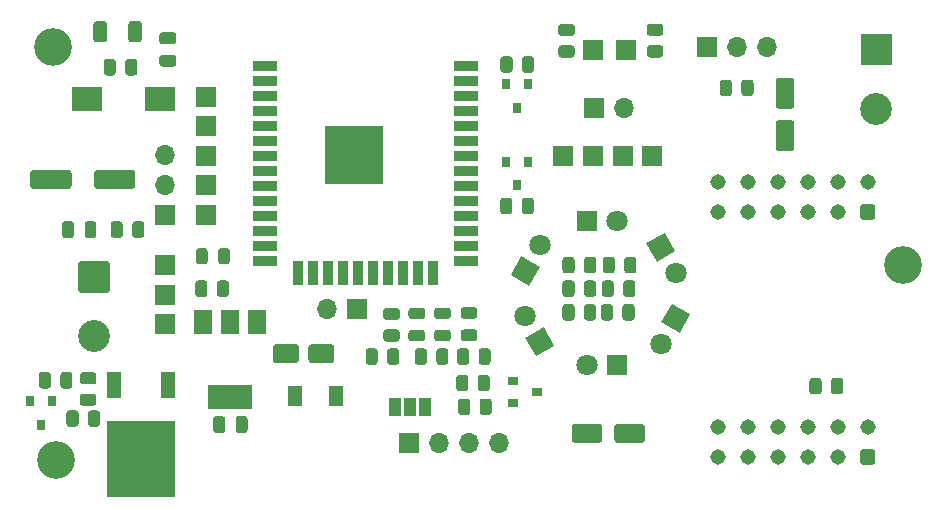
<source format=gbr>
%TF.GenerationSoftware,KiCad,Pcbnew,5.1.8-db9833491~88~ubuntu18.04.1*%
%TF.CreationDate,2020-12-01T05:37:15+01:00*%
%TF.ProjectId,esp32_gateway,65737033-325f-4676-9174-657761792e6b,rev?*%
%TF.SameCoordinates,Original*%
%TF.FileFunction,Soldermask,Top*%
%TF.FilePolarity,Negative*%
%FSLAX46Y46*%
G04 Gerber Fmt 4.6, Leading zero omitted, Abs format (unit mm)*
G04 Created by KiCad (PCBNEW 5.1.8-db9833491~88~ubuntu18.04.1) date 2020-12-01 05:37:15*
%MOMM*%
%LPD*%
G01*
G04 APERTURE LIST*
%ADD10C,1.310000*%
%ADD11R,5.800000X6.400000*%
%ADD12R,1.200000X2.200000*%
%ADD13O,1.700000X1.700000*%
%ADD14R,1.700000X1.700000*%
%ADD15C,3.200000*%
%ADD16R,0.800000X0.900000*%
%ADD17C,2.700000*%
%ADD18R,2.000000X0.900000*%
%ADD19R,0.900000X2.000000*%
%ADD20R,5.000000X5.000000*%
%ADD21R,1.500000X2.000000*%
%ADD22R,3.800000X2.000000*%
%ADD23R,2.500000X2.000000*%
%ADD24R,0.900000X0.800000*%
%ADD25R,1.000000X1.500000*%
%ADD26C,1.800000*%
%ADD27C,0.100000*%
%ADD28R,1.800000X1.800000*%
%ADD29R,1.300000X1.700000*%
G04 APERTURE END LIST*
%TO.C,C8*%
G36*
G01*
X84900000Y-73400001D02*
X84900000Y-72099999D01*
G75*
G02*
X85149999Y-71850000I249999J0D01*
G01*
X85800001Y-71850000D01*
G75*
G02*
X86050000Y-72099999I0J-249999D01*
G01*
X86050000Y-73400001D01*
G75*
G02*
X85800001Y-73650000I-249999J0D01*
G01*
X85149999Y-73650000D01*
G75*
G02*
X84900000Y-73400001I0J249999D01*
G01*
G37*
G36*
G01*
X81950000Y-73400001D02*
X81950000Y-72099999D01*
G75*
G02*
X82199999Y-71850000I249999J0D01*
G01*
X82850001Y-71850000D01*
G75*
G02*
X83100000Y-72099999I0J-249999D01*
G01*
X83100000Y-73400001D01*
G75*
G02*
X82850001Y-73650000I-249999J0D01*
G01*
X82199999Y-73650000D01*
G75*
G02*
X81950000Y-73400001I0J249999D01*
G01*
G37*
%TD*%
%TO.C,R24*%
G36*
G01*
X78350000Y-101799998D02*
X78350000Y-102700002D01*
G75*
G02*
X78100002Y-102950000I-249998J0D01*
G01*
X77574998Y-102950000D01*
G75*
G02*
X77325000Y-102700002I0J249998D01*
G01*
X77325000Y-101799998D01*
G75*
G02*
X77574998Y-101550000I249998J0D01*
G01*
X78100002Y-101550000D01*
G75*
G02*
X78350000Y-101799998I0J-249998D01*
G01*
G37*
G36*
G01*
X80175000Y-101799998D02*
X80175000Y-102700002D01*
G75*
G02*
X79925002Y-102950000I-249998J0D01*
G01*
X79399998Y-102950000D01*
G75*
G02*
X79150000Y-102700002I0J249998D01*
G01*
X79150000Y-101799998D01*
G75*
G02*
X79399998Y-101550000I249998J0D01*
G01*
X79925002Y-101550000D01*
G75*
G02*
X80175000Y-101799998I0J-249998D01*
G01*
G37*
%TD*%
D10*
%TO.C,J21*%
X134800000Y-85460000D03*
X137340000Y-85460000D03*
X139880000Y-85460000D03*
X142420000Y-85460000D03*
X144960000Y-85460000D03*
X147500000Y-85460000D03*
X134800000Y-88000000D03*
X137340000Y-88000000D03*
X139880000Y-88000000D03*
X142420000Y-88000000D03*
X144960000Y-88000000D03*
G36*
G01*
X148155000Y-87595000D02*
X148155000Y-88405000D01*
G75*
G02*
X147905000Y-88655000I-250000J0D01*
G01*
X147095000Y-88655000D01*
G75*
G02*
X146845000Y-88405000I0J250000D01*
G01*
X146845000Y-87595000D01*
G75*
G02*
X147095000Y-87345000I250000J0D01*
G01*
X147905000Y-87345000D01*
G75*
G02*
X148155000Y-87595000I0J-250000D01*
G01*
G37*
%TD*%
%TO.C,J20*%
X134800000Y-106210000D03*
X137340000Y-106210000D03*
X139880000Y-106210000D03*
X142420000Y-106210000D03*
X144960000Y-106210000D03*
X147500000Y-106210000D03*
X134800000Y-108750000D03*
X137340000Y-108750000D03*
X139880000Y-108750000D03*
X142420000Y-108750000D03*
X144960000Y-108750000D03*
G36*
G01*
X148155000Y-108345000D02*
X148155000Y-109155000D01*
G75*
G02*
X147905000Y-109405000I-250000J0D01*
G01*
X147095000Y-109405000D01*
G75*
G02*
X146845000Y-109155000I0J250000D01*
G01*
X146845000Y-108345000D01*
G75*
G02*
X147095000Y-108095000I250000J0D01*
G01*
X147905000Y-108095000D01*
G75*
G02*
X148155000Y-108345000I0J-250000D01*
G01*
G37*
%TD*%
%TO.C,C2*%
G36*
G01*
X82000000Y-85800000D02*
X82000000Y-84700000D01*
G75*
G02*
X82250000Y-84450000I250000J0D01*
G01*
X85250000Y-84450000D01*
G75*
G02*
X85500000Y-84700000I0J-250000D01*
G01*
X85500000Y-85800000D01*
G75*
G02*
X85250000Y-86050000I-250000J0D01*
G01*
X82250000Y-86050000D01*
G75*
G02*
X82000000Y-85800000I0J250000D01*
G01*
G37*
G36*
G01*
X76600000Y-85800000D02*
X76600000Y-84700000D01*
G75*
G02*
X76850000Y-84450000I250000J0D01*
G01*
X79850000Y-84450000D01*
G75*
G02*
X80100000Y-84700000I0J-250000D01*
G01*
X80100000Y-85800000D01*
G75*
G02*
X79850000Y-86050000I-250000J0D01*
G01*
X76850000Y-86050000D01*
G75*
G02*
X76600000Y-85800000I0J250000D01*
G01*
G37*
%TD*%
%TO.C,R23*%
G36*
G01*
X81487500Y-105950002D02*
X81487500Y-105049998D01*
G75*
G02*
X81737498Y-104800000I249998J0D01*
G01*
X82262502Y-104800000D01*
G75*
G02*
X82512500Y-105049998I0J-249998D01*
G01*
X82512500Y-105950002D01*
G75*
G02*
X82262502Y-106200000I-249998J0D01*
G01*
X81737498Y-106200000D01*
G75*
G02*
X81487500Y-105950002I0J249998D01*
G01*
G37*
G36*
G01*
X79662500Y-105950002D02*
X79662500Y-105049998D01*
G75*
G02*
X79912498Y-104800000I249998J0D01*
G01*
X80437502Y-104800000D01*
G75*
G02*
X80687500Y-105049998I0J-249998D01*
G01*
X80687500Y-105950002D01*
G75*
G02*
X80437502Y-106200000I-249998J0D01*
G01*
X79912498Y-106200000D01*
G75*
G02*
X79662500Y-105950002I0J249998D01*
G01*
G37*
%TD*%
%TO.C,C7*%
G36*
G01*
X88725000Y-73800000D02*
X87775000Y-73800000D01*
G75*
G02*
X87525000Y-73550000I0J250000D01*
G01*
X87525000Y-73050000D01*
G75*
G02*
X87775000Y-72800000I250000J0D01*
G01*
X88725000Y-72800000D01*
G75*
G02*
X88975000Y-73050000I0J-250000D01*
G01*
X88975000Y-73550000D01*
G75*
G02*
X88725000Y-73800000I-250000J0D01*
G01*
G37*
G36*
G01*
X88725000Y-75700000D02*
X87775000Y-75700000D01*
G75*
G02*
X87525000Y-75450000I0J250000D01*
G01*
X87525000Y-74950000D01*
G75*
G02*
X87775000Y-74700000I250000J0D01*
G01*
X88725000Y-74700000D01*
G75*
G02*
X88975000Y-74950000I0J-250000D01*
G01*
X88975000Y-75450000D01*
G75*
G02*
X88725000Y-75700000I-250000J0D01*
G01*
G37*
%TD*%
%TO.C,R22*%
G36*
G01*
X85237500Y-89950002D02*
X85237500Y-89049998D01*
G75*
G02*
X85487498Y-88800000I249998J0D01*
G01*
X86012502Y-88800000D01*
G75*
G02*
X86262500Y-89049998I0J-249998D01*
G01*
X86262500Y-89950002D01*
G75*
G02*
X86012502Y-90200000I-249998J0D01*
G01*
X85487498Y-90200000D01*
G75*
G02*
X85237500Y-89950002I0J249998D01*
G01*
G37*
G36*
G01*
X83412500Y-89950002D02*
X83412500Y-89049998D01*
G75*
G02*
X83662498Y-88800000I249998J0D01*
G01*
X84187502Y-88800000D01*
G75*
G02*
X84437500Y-89049998I0J-249998D01*
G01*
X84437500Y-89950002D01*
G75*
G02*
X84187502Y-90200000I-249998J0D01*
G01*
X83662498Y-90200000D01*
G75*
G02*
X83412500Y-89950002I0J249998D01*
G01*
G37*
%TD*%
D11*
%TO.C,Q1*%
X86000000Y-108925000D03*
D12*
X83720000Y-102625000D03*
X88280000Y-102625000D03*
%TD*%
D13*
%TO.C,J6*%
X101710000Y-96250000D03*
D14*
X104250000Y-96250000D03*
%TD*%
D15*
%TO.C,REF\u002A\u002A*%
X78500000Y-74000000D03*
%TD*%
%TO.C,REF\u002A\u002A*%
X78750000Y-109000000D03*
%TD*%
%TO.C,REF\u002A\u002A*%
X150500000Y-92500000D03*
%TD*%
D13*
%TO.C,J8*%
X116306600Y-107579160D03*
X113766600Y-107579160D03*
X111226600Y-107579160D03*
D14*
X108686600Y-107579160D03*
%TD*%
D16*
%TO.C,Q5*%
X117815360Y-85750000D03*
X116865360Y-83750000D03*
X118765360Y-83750000D03*
%TD*%
%TO.C,Q4*%
X117815360Y-79201520D03*
X116865360Y-77201520D03*
X118765360Y-77201520D03*
%TD*%
D13*
%TO.C,J10*%
X88000000Y-83170000D03*
X88000000Y-85710000D03*
D14*
X88000000Y-88250000D03*
%TD*%
D17*
%TO.C,J2*%
X148250000Y-79250000D03*
G36*
G01*
X147150001Y-72900000D02*
X149349999Y-72900000D01*
G75*
G02*
X149600000Y-73150001I0J-250001D01*
G01*
X149600000Y-75349999D01*
G75*
G02*
X149349999Y-75600000I-250001J0D01*
G01*
X147150001Y-75600000D01*
G75*
G02*
X146900000Y-75349999I0J250001D01*
G01*
X146900000Y-73150001D01*
G75*
G02*
X147150001Y-72900000I250001J0D01*
G01*
G37*
%TD*%
%TO.C,J1*%
X82000000Y-98500000D03*
G36*
G01*
X80900001Y-92150000D02*
X83099999Y-92150000D01*
G75*
G02*
X83350000Y-92400001I0J-250001D01*
G01*
X83350000Y-94599999D01*
G75*
G02*
X83099999Y-94850000I-250001J0D01*
G01*
X80900001Y-94850000D01*
G75*
G02*
X80650000Y-94599999I0J250001D01*
G01*
X80650000Y-92400001D01*
G75*
G02*
X80900001Y-92150000I250001J0D01*
G01*
G37*
%TD*%
D18*
%TO.C,U2*%
X113500000Y-75670000D03*
X113500000Y-76940000D03*
X113500000Y-78210000D03*
X113500000Y-79480000D03*
X113500000Y-80750000D03*
X113500000Y-82020000D03*
X113500000Y-83290000D03*
X113500000Y-84560000D03*
X113500000Y-85830000D03*
X113500000Y-87100000D03*
X113500000Y-88370000D03*
X113500000Y-89640000D03*
X113500000Y-90910000D03*
X113500000Y-92180000D03*
D19*
X110715000Y-93180000D03*
X109445000Y-93180000D03*
X108175000Y-93180000D03*
X106905000Y-93180000D03*
X105635000Y-93180000D03*
X104365000Y-93180000D03*
X103095000Y-93180000D03*
X101825000Y-93180000D03*
X100555000Y-93180000D03*
X99285000Y-93180000D03*
D18*
X96500000Y-92180000D03*
X96500000Y-90910000D03*
X96500000Y-89640000D03*
X96500000Y-88370000D03*
X96500000Y-87100000D03*
X96500000Y-85830000D03*
X96500000Y-84560000D03*
X96500000Y-83290000D03*
X96500000Y-82020000D03*
X96500000Y-80750000D03*
X96500000Y-79480000D03*
X96500000Y-78210000D03*
X96500000Y-76940000D03*
X96500000Y-75670000D03*
D20*
X104000000Y-83170000D03*
%TD*%
D21*
%TO.C,U1*%
X95800000Y-97350000D03*
X91200000Y-97350000D03*
X93500000Y-97350000D03*
D22*
X93500000Y-103650000D03*
%TD*%
D23*
%TO.C,SW1*%
X81388080Y-78399640D03*
X87548080Y-78399640D03*
%TD*%
%TO.C,R21*%
G36*
G01*
X129049998Y-73900000D02*
X129950002Y-73900000D01*
G75*
G02*
X130200000Y-74149998I0J-249998D01*
G01*
X130200000Y-74675002D01*
G75*
G02*
X129950002Y-74925000I-249998J0D01*
G01*
X129049998Y-74925000D01*
G75*
G02*
X128800000Y-74675002I0J249998D01*
G01*
X128800000Y-74149998D01*
G75*
G02*
X129049998Y-73900000I249998J0D01*
G01*
G37*
G36*
G01*
X129049998Y-72075000D02*
X129950002Y-72075000D01*
G75*
G02*
X130200000Y-72324998I0J-249998D01*
G01*
X130200000Y-72850002D01*
G75*
G02*
X129950002Y-73100000I-249998J0D01*
G01*
X129049998Y-73100000D01*
G75*
G02*
X128800000Y-72850002I0J249998D01*
G01*
X128800000Y-72324998D01*
G75*
G02*
X129049998Y-72075000I249998J0D01*
G01*
G37*
%TD*%
%TO.C,R20*%
G36*
G01*
X121549998Y-73900000D02*
X122450002Y-73900000D01*
G75*
G02*
X122700000Y-74149998I0J-249998D01*
G01*
X122700000Y-74675002D01*
G75*
G02*
X122450002Y-74925000I-249998J0D01*
G01*
X121549998Y-74925000D01*
G75*
G02*
X121300000Y-74675002I0J249998D01*
G01*
X121300000Y-74149998D01*
G75*
G02*
X121549998Y-73900000I249998J0D01*
G01*
G37*
G36*
G01*
X121549998Y-72075000D02*
X122450002Y-72075000D01*
G75*
G02*
X122700000Y-72324998I0J-249998D01*
G01*
X122700000Y-72850002D01*
G75*
G02*
X122450002Y-73100000I-249998J0D01*
G01*
X121549998Y-73100000D01*
G75*
G02*
X121300000Y-72850002I0J249998D01*
G01*
X121300000Y-72324998D01*
G75*
G02*
X121549998Y-72075000I249998J0D01*
G01*
G37*
%TD*%
%TO.C,R19*%
G36*
G01*
X117418540Y-87049998D02*
X117418540Y-87950002D01*
G75*
G02*
X117168542Y-88200000I-249998J0D01*
G01*
X116643538Y-88200000D01*
G75*
G02*
X116393540Y-87950002I0J249998D01*
G01*
X116393540Y-87049998D01*
G75*
G02*
X116643538Y-86800000I249998J0D01*
G01*
X117168542Y-86800000D01*
G75*
G02*
X117418540Y-87049998I0J-249998D01*
G01*
G37*
G36*
G01*
X119243540Y-87049998D02*
X119243540Y-87950002D01*
G75*
G02*
X118993542Y-88200000I-249998J0D01*
G01*
X118468538Y-88200000D01*
G75*
G02*
X118218540Y-87950002I0J249998D01*
G01*
X118218540Y-87049998D01*
G75*
G02*
X118468538Y-86800000I249998J0D01*
G01*
X118993542Y-86800000D01*
G75*
G02*
X119243540Y-87049998I0J-249998D01*
G01*
G37*
%TD*%
%TO.C,R18*%
G36*
G01*
X143600000Y-102299998D02*
X143600000Y-103200002D01*
G75*
G02*
X143350002Y-103450000I-249998J0D01*
G01*
X142824998Y-103450000D01*
G75*
G02*
X142575000Y-103200002I0J249998D01*
G01*
X142575000Y-102299998D01*
G75*
G02*
X142824998Y-102050000I249998J0D01*
G01*
X143350002Y-102050000D01*
G75*
G02*
X143600000Y-102299998I0J-249998D01*
G01*
G37*
G36*
G01*
X145425000Y-102299998D02*
X145425000Y-103200002D01*
G75*
G02*
X145175002Y-103450000I-249998J0D01*
G01*
X144649998Y-103450000D01*
G75*
G02*
X144400000Y-103200002I0J249998D01*
G01*
X144400000Y-102299998D01*
G75*
G02*
X144649998Y-102050000I249998J0D01*
G01*
X145175002Y-102050000D01*
G75*
G02*
X145425000Y-102299998I0J-249998D01*
G01*
G37*
%TD*%
%TO.C,R17*%
G36*
G01*
X117432500Y-75064198D02*
X117432500Y-75964202D01*
G75*
G02*
X117182502Y-76214200I-249998J0D01*
G01*
X116657498Y-76214200D01*
G75*
G02*
X116407500Y-75964202I0J249998D01*
G01*
X116407500Y-75064198D01*
G75*
G02*
X116657498Y-74814200I249998J0D01*
G01*
X117182502Y-74814200D01*
G75*
G02*
X117432500Y-75064198I0J-249998D01*
G01*
G37*
G36*
G01*
X119257500Y-75064198D02*
X119257500Y-75964202D01*
G75*
G02*
X119007502Y-76214200I-249998J0D01*
G01*
X118482498Y-76214200D01*
G75*
G02*
X118232500Y-75964202I0J249998D01*
G01*
X118232500Y-75064198D01*
G75*
G02*
X118482498Y-74814200I249998J0D01*
G01*
X119007502Y-74814200D01*
G75*
G02*
X119257500Y-75064198I0J-249998D01*
G01*
G37*
%TD*%
%TO.C,R16*%
G36*
G01*
X114562500Y-100700002D02*
X114562500Y-99799998D01*
G75*
G02*
X114812498Y-99550000I249998J0D01*
G01*
X115337502Y-99550000D01*
G75*
G02*
X115587500Y-99799998I0J-249998D01*
G01*
X115587500Y-100700002D01*
G75*
G02*
X115337502Y-100950000I-249998J0D01*
G01*
X114812498Y-100950000D01*
G75*
G02*
X114562500Y-100700002I0J249998D01*
G01*
G37*
G36*
G01*
X112737500Y-100700002D02*
X112737500Y-99799998D01*
G75*
G02*
X112987498Y-99550000I249998J0D01*
G01*
X113512502Y-99550000D01*
G75*
G02*
X113762500Y-99799998I0J-249998D01*
G01*
X113762500Y-100700002D01*
G75*
G02*
X113512502Y-100950000I-249998J0D01*
G01*
X112987498Y-100950000D01*
G75*
G02*
X112737500Y-100700002I0J249998D01*
G01*
G37*
%TD*%
%TO.C,R15*%
G36*
G01*
X110187500Y-99799998D02*
X110187500Y-100700002D01*
G75*
G02*
X109937502Y-100950000I-249998J0D01*
G01*
X109412498Y-100950000D01*
G75*
G02*
X109162500Y-100700002I0J249998D01*
G01*
X109162500Y-99799998D01*
G75*
G02*
X109412498Y-99550000I249998J0D01*
G01*
X109937502Y-99550000D01*
G75*
G02*
X110187500Y-99799998I0J-249998D01*
G01*
G37*
G36*
G01*
X112012500Y-99799998D02*
X112012500Y-100700002D01*
G75*
G02*
X111762502Y-100950000I-249998J0D01*
G01*
X111237498Y-100950000D01*
G75*
G02*
X110987500Y-100700002I0J249998D01*
G01*
X110987500Y-99799998D01*
G75*
G02*
X111237498Y-99550000I249998J0D01*
G01*
X111762502Y-99550000D01*
G75*
G02*
X112012500Y-99799998I0J-249998D01*
G01*
G37*
%TD*%
%TO.C,R14*%
G36*
G01*
X107643082Y-97148060D02*
X106743078Y-97148060D01*
G75*
G02*
X106493080Y-96898062I0J249998D01*
G01*
X106493080Y-96373058D01*
G75*
G02*
X106743078Y-96123060I249998J0D01*
G01*
X107643082Y-96123060D01*
G75*
G02*
X107893080Y-96373058I0J-249998D01*
G01*
X107893080Y-96898062D01*
G75*
G02*
X107643082Y-97148060I-249998J0D01*
G01*
G37*
G36*
G01*
X107643082Y-98973060D02*
X106743078Y-98973060D01*
G75*
G02*
X106493080Y-98723062I0J249998D01*
G01*
X106493080Y-98198058D01*
G75*
G02*
X106743078Y-97948060I249998J0D01*
G01*
X107643082Y-97948060D01*
G75*
G02*
X107893080Y-98198058I0J-249998D01*
G01*
X107893080Y-98723062D01*
G75*
G02*
X107643082Y-98973060I-249998J0D01*
G01*
G37*
%TD*%
%TO.C,R13*%
G36*
G01*
X84650000Y-76200002D02*
X84650000Y-75299998D01*
G75*
G02*
X84899998Y-75050000I249998J0D01*
G01*
X85425002Y-75050000D01*
G75*
G02*
X85675000Y-75299998I0J-249998D01*
G01*
X85675000Y-76200002D01*
G75*
G02*
X85425002Y-76450000I-249998J0D01*
G01*
X84899998Y-76450000D01*
G75*
G02*
X84650000Y-76200002I0J249998D01*
G01*
G37*
G36*
G01*
X82825000Y-76200002D02*
X82825000Y-75299998D01*
G75*
G02*
X83074998Y-75050000I249998J0D01*
G01*
X83600002Y-75050000D01*
G75*
G02*
X83850000Y-75299998I0J-249998D01*
G01*
X83850000Y-76200002D01*
G75*
G02*
X83600002Y-76450000I-249998J0D01*
G01*
X83074998Y-76450000D01*
G75*
G02*
X82825000Y-76200002I0J249998D01*
G01*
G37*
%TD*%
%TO.C,R12*%
G36*
G01*
X122687500Y-94049998D02*
X122687500Y-94950002D01*
G75*
G02*
X122437502Y-95200000I-249998J0D01*
G01*
X121912498Y-95200000D01*
G75*
G02*
X121662500Y-94950002I0J249998D01*
G01*
X121662500Y-94049998D01*
G75*
G02*
X121912498Y-93800000I249998J0D01*
G01*
X122437502Y-93800000D01*
G75*
G02*
X122687500Y-94049998I0J-249998D01*
G01*
G37*
G36*
G01*
X124512500Y-94049998D02*
X124512500Y-94950002D01*
G75*
G02*
X124262502Y-95200000I-249998J0D01*
G01*
X123737498Y-95200000D01*
G75*
G02*
X123487500Y-94950002I0J249998D01*
G01*
X123487500Y-94049998D01*
G75*
G02*
X123737498Y-93800000I249998J0D01*
G01*
X124262502Y-93800000D01*
G75*
G02*
X124512500Y-94049998I0J-249998D01*
G01*
G37*
%TD*%
%TO.C,R11*%
G36*
G01*
X122687500Y-96049998D02*
X122687500Y-96950002D01*
G75*
G02*
X122437502Y-97200000I-249998J0D01*
G01*
X121912498Y-97200000D01*
G75*
G02*
X121662500Y-96950002I0J249998D01*
G01*
X121662500Y-96049998D01*
G75*
G02*
X121912498Y-95800000I249998J0D01*
G01*
X122437502Y-95800000D01*
G75*
G02*
X122687500Y-96049998I0J-249998D01*
G01*
G37*
G36*
G01*
X124512500Y-96049998D02*
X124512500Y-96950002D01*
G75*
G02*
X124262502Y-97200000I-249998J0D01*
G01*
X123737498Y-97200000D01*
G75*
G02*
X123487500Y-96950002I0J249998D01*
G01*
X123487500Y-96049998D01*
G75*
G02*
X123737498Y-95800000I249998J0D01*
G01*
X124262502Y-95800000D01*
G75*
G02*
X124512500Y-96049998I0J-249998D01*
G01*
G37*
%TD*%
%TO.C,R10*%
G36*
G01*
X126900000Y-92950002D02*
X126900000Y-92049998D01*
G75*
G02*
X127149998Y-91800000I249998J0D01*
G01*
X127675002Y-91800000D01*
G75*
G02*
X127925000Y-92049998I0J-249998D01*
G01*
X127925000Y-92950002D01*
G75*
G02*
X127675002Y-93200000I-249998J0D01*
G01*
X127149998Y-93200000D01*
G75*
G02*
X126900000Y-92950002I0J249998D01*
G01*
G37*
G36*
G01*
X125075000Y-92950002D02*
X125075000Y-92049998D01*
G75*
G02*
X125324998Y-91800000I249998J0D01*
G01*
X125850002Y-91800000D01*
G75*
G02*
X126100000Y-92049998I0J-249998D01*
G01*
X126100000Y-92950002D01*
G75*
G02*
X125850002Y-93200000I-249998J0D01*
G01*
X125324998Y-93200000D01*
G75*
G02*
X125075000Y-92950002I0J249998D01*
G01*
G37*
%TD*%
%TO.C,R9*%
G36*
G01*
X114487500Y-102950002D02*
X114487500Y-102049998D01*
G75*
G02*
X114737498Y-101800000I249998J0D01*
G01*
X115262502Y-101800000D01*
G75*
G02*
X115512500Y-102049998I0J-249998D01*
G01*
X115512500Y-102950002D01*
G75*
G02*
X115262502Y-103200000I-249998J0D01*
G01*
X114737498Y-103200000D01*
G75*
G02*
X114487500Y-102950002I0J249998D01*
G01*
G37*
G36*
G01*
X112662500Y-102950002D02*
X112662500Y-102049998D01*
G75*
G02*
X112912498Y-101800000I249998J0D01*
G01*
X113437502Y-101800000D01*
G75*
G02*
X113687500Y-102049998I0J-249998D01*
G01*
X113687500Y-102950002D01*
G75*
G02*
X113437502Y-103200000I-249998J0D01*
G01*
X112912498Y-103200000D01*
G75*
G02*
X112662500Y-102950002I0J249998D01*
G01*
G37*
%TD*%
%TO.C,R8*%
G36*
G01*
X106812500Y-100700002D02*
X106812500Y-99799998D01*
G75*
G02*
X107062498Y-99550000I249998J0D01*
G01*
X107587502Y-99550000D01*
G75*
G02*
X107837500Y-99799998I0J-249998D01*
G01*
X107837500Y-100700002D01*
G75*
G02*
X107587502Y-100950000I-249998J0D01*
G01*
X107062498Y-100950000D01*
G75*
G02*
X106812500Y-100700002I0J249998D01*
G01*
G37*
G36*
G01*
X104987500Y-100700002D02*
X104987500Y-99799998D01*
G75*
G02*
X105237498Y-99550000I249998J0D01*
G01*
X105762502Y-99550000D01*
G75*
G02*
X106012500Y-99799998I0J-249998D01*
G01*
X106012500Y-100700002D01*
G75*
G02*
X105762502Y-100950000I-249998J0D01*
G01*
X105237498Y-100950000D01*
G75*
G02*
X104987500Y-100700002I0J249998D01*
G01*
G37*
%TD*%
%TO.C,R7*%
G36*
G01*
X113850000Y-104049998D02*
X113850000Y-104950002D01*
G75*
G02*
X113600002Y-105200000I-249998J0D01*
G01*
X113074998Y-105200000D01*
G75*
G02*
X112825000Y-104950002I0J249998D01*
G01*
X112825000Y-104049998D01*
G75*
G02*
X113074998Y-103800000I249998J0D01*
G01*
X113600002Y-103800000D01*
G75*
G02*
X113850000Y-104049998I0J-249998D01*
G01*
G37*
G36*
G01*
X115675000Y-104049998D02*
X115675000Y-104950002D01*
G75*
G02*
X115425002Y-105200000I-249998J0D01*
G01*
X114899998Y-105200000D01*
G75*
G02*
X114650000Y-104950002I0J249998D01*
G01*
X114650000Y-104049998D01*
G75*
G02*
X114899998Y-103800000I249998J0D01*
G01*
X115425002Y-103800000D01*
G75*
G02*
X115675000Y-104049998I0J-249998D01*
G01*
G37*
%TD*%
%TO.C,R6*%
G36*
G01*
X136812500Y-77950002D02*
X136812500Y-77049998D01*
G75*
G02*
X137062498Y-76800000I249998J0D01*
G01*
X137587502Y-76800000D01*
G75*
G02*
X137837500Y-77049998I0J-249998D01*
G01*
X137837500Y-77950002D01*
G75*
G02*
X137587502Y-78200000I-249998J0D01*
G01*
X137062498Y-78200000D01*
G75*
G02*
X136812500Y-77950002I0J249998D01*
G01*
G37*
G36*
G01*
X134987500Y-77950002D02*
X134987500Y-77049998D01*
G75*
G02*
X135237498Y-76800000I249998J0D01*
G01*
X135762502Y-76800000D01*
G75*
G02*
X136012500Y-77049998I0J-249998D01*
G01*
X136012500Y-77950002D01*
G75*
G02*
X135762502Y-78200000I-249998J0D01*
G01*
X135237498Y-78200000D01*
G75*
G02*
X134987500Y-77950002I0J249998D01*
G01*
G37*
%TD*%
%TO.C,R5*%
G36*
G01*
X91600000Y-94049998D02*
X91600000Y-94950002D01*
G75*
G02*
X91350002Y-95200000I-249998J0D01*
G01*
X90824998Y-95200000D01*
G75*
G02*
X90575000Y-94950002I0J249998D01*
G01*
X90575000Y-94049998D01*
G75*
G02*
X90824998Y-93800000I249998J0D01*
G01*
X91350002Y-93800000D01*
G75*
G02*
X91600000Y-94049998I0J-249998D01*
G01*
G37*
G36*
G01*
X93425000Y-94049998D02*
X93425000Y-94950002D01*
G75*
G02*
X93175002Y-95200000I-249998J0D01*
G01*
X92649998Y-95200000D01*
G75*
G02*
X92400000Y-94950002I0J249998D01*
G01*
X92400000Y-94049998D01*
G75*
G02*
X92649998Y-93800000I249998J0D01*
G01*
X93175002Y-93800000D01*
G75*
G02*
X93425000Y-94049998I0J-249998D01*
G01*
G37*
%TD*%
%TO.C,R4*%
G36*
G01*
X123487500Y-92950002D02*
X123487500Y-92049998D01*
G75*
G02*
X123737498Y-91800000I249998J0D01*
G01*
X124262502Y-91800000D01*
G75*
G02*
X124512500Y-92049998I0J-249998D01*
G01*
X124512500Y-92950002D01*
G75*
G02*
X124262502Y-93200000I-249998J0D01*
G01*
X123737498Y-93200000D01*
G75*
G02*
X123487500Y-92950002I0J249998D01*
G01*
G37*
G36*
G01*
X121662500Y-92950002D02*
X121662500Y-92049998D01*
G75*
G02*
X121912498Y-91800000I249998J0D01*
G01*
X122437502Y-91800000D01*
G75*
G02*
X122687500Y-92049998I0J-249998D01*
G01*
X122687500Y-92950002D01*
G75*
G02*
X122437502Y-93200000I-249998J0D01*
G01*
X121912498Y-93200000D01*
G75*
G02*
X121662500Y-92950002I0J249998D01*
G01*
G37*
%TD*%
%TO.C,R3*%
G36*
G01*
X126012500Y-94049998D02*
X126012500Y-94950002D01*
G75*
G02*
X125762502Y-95200000I-249998J0D01*
G01*
X125237498Y-95200000D01*
G75*
G02*
X124987500Y-94950002I0J249998D01*
G01*
X124987500Y-94049998D01*
G75*
G02*
X125237498Y-93800000I249998J0D01*
G01*
X125762502Y-93800000D01*
G75*
G02*
X126012500Y-94049998I0J-249998D01*
G01*
G37*
G36*
G01*
X127837500Y-94049998D02*
X127837500Y-94950002D01*
G75*
G02*
X127587502Y-95200000I-249998J0D01*
G01*
X127062498Y-95200000D01*
G75*
G02*
X126812500Y-94950002I0J249998D01*
G01*
X126812500Y-94049998D01*
G75*
G02*
X127062498Y-93800000I249998J0D01*
G01*
X127587502Y-93800000D01*
G75*
G02*
X127837500Y-94049998I0J-249998D01*
G01*
G37*
%TD*%
%TO.C,R2*%
G36*
G01*
X125937500Y-96049998D02*
X125937500Y-96950002D01*
G75*
G02*
X125687502Y-97200000I-249998J0D01*
G01*
X125162498Y-97200000D01*
G75*
G02*
X124912500Y-96950002I0J249998D01*
G01*
X124912500Y-96049998D01*
G75*
G02*
X125162498Y-95800000I249998J0D01*
G01*
X125687502Y-95800000D01*
G75*
G02*
X125937500Y-96049998I0J-249998D01*
G01*
G37*
G36*
G01*
X127762500Y-96049998D02*
X127762500Y-96950002D01*
G75*
G02*
X127512502Y-97200000I-249998J0D01*
G01*
X126987498Y-97200000D01*
G75*
G02*
X126737500Y-96950002I0J249998D01*
G01*
X126737500Y-96049998D01*
G75*
G02*
X126987498Y-95800000I249998J0D01*
G01*
X127512502Y-95800000D01*
G75*
G02*
X127762500Y-96049998I0J-249998D01*
G01*
G37*
%TD*%
%TO.C,R1*%
G36*
G01*
X81049998Y-103400000D02*
X81950002Y-103400000D01*
G75*
G02*
X82200000Y-103649998I0J-249998D01*
G01*
X82200000Y-104175002D01*
G75*
G02*
X81950002Y-104425000I-249998J0D01*
G01*
X81049998Y-104425000D01*
G75*
G02*
X80800000Y-104175002I0J249998D01*
G01*
X80800000Y-103649998D01*
G75*
G02*
X81049998Y-103400000I249998J0D01*
G01*
G37*
G36*
G01*
X81049998Y-101575000D02*
X81950002Y-101575000D01*
G75*
G02*
X82200000Y-101824998I0J-249998D01*
G01*
X82200000Y-102350002D01*
G75*
G02*
X81950002Y-102600000I-249998J0D01*
G01*
X81049998Y-102600000D01*
G75*
G02*
X80800000Y-102350002I0J249998D01*
G01*
X80800000Y-101824998D01*
G75*
G02*
X81049998Y-101575000I249998J0D01*
G01*
G37*
%TD*%
D24*
%TO.C,Q3*%
X119500000Y-103250000D03*
X117500000Y-104200000D03*
X117500000Y-102300000D03*
%TD*%
D16*
%TO.C,Q2*%
X77500000Y-106000000D03*
X76550000Y-104000000D03*
X78450000Y-104000000D03*
%TD*%
D25*
%TO.C,JP1*%
X108750000Y-104500000D03*
X110050000Y-104500000D03*
X107450000Y-104500000D03*
%TD*%
D14*
%TO.C,J23*%
X124250000Y-74250000D03*
%TD*%
%TO.C,J22*%
X127005080Y-74250000D03*
%TD*%
%TO.C,J19*%
X88000000Y-95000000D03*
%TD*%
%TO.C,J18*%
X126750000Y-83250000D03*
%TD*%
%TO.C,J17*%
X91500000Y-88250000D03*
%TD*%
%TO.C,J16*%
X88000000Y-92500000D03*
%TD*%
%TO.C,J15*%
X91500000Y-85750000D03*
%TD*%
%TO.C,J14*%
X91500000Y-83250000D03*
%TD*%
%TO.C,J13*%
X91500000Y-80750000D03*
%TD*%
%TO.C,J12*%
X91500000Y-78250000D03*
%TD*%
%TO.C,J11*%
X88000000Y-97500000D03*
%TD*%
%TO.C,J9*%
X129250000Y-83250000D03*
%TD*%
D13*
%TO.C,J5*%
X126903480Y-79166720D03*
D14*
X124363480Y-79166720D03*
%TD*%
%TO.C,J4*%
X121750000Y-83250000D03*
%TD*%
%TO.C,J3*%
X124250000Y-83250000D03*
%TD*%
%TO.C,D11*%
G36*
G01*
X113293750Y-97950000D02*
X114206250Y-97950000D01*
G75*
G02*
X114450000Y-98193750I0J-243750D01*
G01*
X114450000Y-98681250D01*
G75*
G02*
X114206250Y-98925000I-243750J0D01*
G01*
X113293750Y-98925000D01*
G75*
G02*
X113050000Y-98681250I0J243750D01*
G01*
X113050000Y-98193750D01*
G75*
G02*
X113293750Y-97950000I243750J0D01*
G01*
G37*
G36*
G01*
X113293750Y-96075000D02*
X114206250Y-96075000D01*
G75*
G02*
X114450000Y-96318750I0J-243750D01*
G01*
X114450000Y-96806250D01*
G75*
G02*
X114206250Y-97050000I-243750J0D01*
G01*
X113293750Y-97050000D01*
G75*
G02*
X113050000Y-96806250I0J243750D01*
G01*
X113050000Y-96318750D01*
G75*
G02*
X113293750Y-96075000I243750J0D01*
G01*
G37*
%TD*%
%TO.C,D10*%
G36*
G01*
X111059910Y-97973060D02*
X111972410Y-97973060D01*
G75*
G02*
X112216160Y-98216810I0J-243750D01*
G01*
X112216160Y-98704310D01*
G75*
G02*
X111972410Y-98948060I-243750J0D01*
G01*
X111059910Y-98948060D01*
G75*
G02*
X110816160Y-98704310I0J243750D01*
G01*
X110816160Y-98216810D01*
G75*
G02*
X111059910Y-97973060I243750J0D01*
G01*
G37*
G36*
G01*
X111059910Y-96098060D02*
X111972410Y-96098060D01*
G75*
G02*
X112216160Y-96341810I0J-243750D01*
G01*
X112216160Y-96829310D01*
G75*
G02*
X111972410Y-97073060I-243750J0D01*
G01*
X111059910Y-97073060D01*
G75*
G02*
X110816160Y-96829310I0J243750D01*
G01*
X110816160Y-96341810D01*
G75*
G02*
X111059910Y-96098060I243750J0D01*
G01*
G37*
%TD*%
%TO.C,D9*%
G36*
G01*
X108870430Y-97988300D02*
X109782930Y-97988300D01*
G75*
G02*
X110026680Y-98232050I0J-243750D01*
G01*
X110026680Y-98719550D01*
G75*
G02*
X109782930Y-98963300I-243750J0D01*
G01*
X108870430Y-98963300D01*
G75*
G02*
X108626680Y-98719550I0J243750D01*
G01*
X108626680Y-98232050D01*
G75*
G02*
X108870430Y-97988300I243750J0D01*
G01*
G37*
G36*
G01*
X108870430Y-96113300D02*
X109782930Y-96113300D01*
G75*
G02*
X110026680Y-96357050I0J-243750D01*
G01*
X110026680Y-96844550D01*
G75*
G02*
X109782930Y-97088300I-243750J0D01*
G01*
X108870430Y-97088300D01*
G75*
G02*
X108626680Y-96844550I0J243750D01*
G01*
X108626680Y-96357050D01*
G75*
G02*
X108870430Y-96113300I243750J0D01*
G01*
G37*
%TD*%
D26*
%TO.C,D8*%
X118480000Y-96800295D03*
D27*
G36*
X120979423Y-99329423D02*
G01*
X119420577Y-100229423D01*
X118520577Y-98670577D01*
X120079423Y-97770577D01*
X120979423Y-99329423D01*
G37*
%TD*%
D26*
%TO.C,D7*%
X123710000Y-101000000D03*
D28*
X126250000Y-101000000D03*
%TD*%
D26*
%TO.C,D6*%
X126250000Y-88750000D03*
D28*
X123710000Y-88750000D03*
%TD*%
D26*
%TO.C,D5*%
X119770000Y-90800295D03*
D27*
G36*
X118829423Y-94229423D02*
G01*
X117270577Y-93329423D01*
X118170577Y-91770577D01*
X119729423Y-92670577D01*
X118829423Y-94229423D01*
G37*
%TD*%
D26*
%TO.C,D4*%
X131270000Y-93199705D03*
D27*
G36*
X128770577Y-90670577D02*
G01*
X130329423Y-89770577D01*
X131229423Y-91329423D01*
X129670577Y-92229423D01*
X128770577Y-90670577D01*
G37*
%TD*%
D26*
%TO.C,D3*%
X129980000Y-99199705D03*
D27*
G36*
X130920577Y-95770577D02*
G01*
X132479423Y-96670577D01*
X131579423Y-98229423D01*
X130020577Y-97329423D01*
X130920577Y-95770577D01*
G37*
%TD*%
%TO.C,D2*%
G36*
G01*
X90637500Y-92206250D02*
X90637500Y-91293750D01*
G75*
G02*
X90881250Y-91050000I243750J0D01*
G01*
X91368750Y-91050000D01*
G75*
G02*
X91612500Y-91293750I0J-243750D01*
G01*
X91612500Y-92206250D01*
G75*
G02*
X91368750Y-92450000I-243750J0D01*
G01*
X90881250Y-92450000D01*
G75*
G02*
X90637500Y-92206250I0J243750D01*
G01*
G37*
G36*
G01*
X92512500Y-92206250D02*
X92512500Y-91293750D01*
G75*
G02*
X92756250Y-91050000I243750J0D01*
G01*
X93243750Y-91050000D01*
G75*
G02*
X93487500Y-91293750I0J-243750D01*
G01*
X93487500Y-92206250D01*
G75*
G02*
X93243750Y-92450000I-243750J0D01*
G01*
X92756250Y-92450000D01*
G75*
G02*
X92512500Y-92206250I0J243750D01*
G01*
G37*
%TD*%
D29*
%TO.C,D1*%
X99000000Y-103545640D03*
X102500000Y-103545640D03*
%TD*%
%TO.C,C6*%
G36*
G01*
X126050000Y-107300000D02*
X126050000Y-106200000D01*
G75*
G02*
X126300000Y-105950000I250000J0D01*
G01*
X128400000Y-105950000D01*
G75*
G02*
X128650000Y-106200000I0J-250000D01*
G01*
X128650000Y-107300000D01*
G75*
G02*
X128400000Y-107550000I-250000J0D01*
G01*
X126300000Y-107550000D01*
G75*
G02*
X126050000Y-107300000I0J250000D01*
G01*
G37*
G36*
G01*
X122450000Y-107300000D02*
X122450000Y-106200000D01*
G75*
G02*
X122700000Y-105950000I250000J0D01*
G01*
X124800000Y-105950000D01*
G75*
G02*
X125050000Y-106200000I0J-250000D01*
G01*
X125050000Y-107300000D01*
G75*
G02*
X124800000Y-107550000I-250000J0D01*
G01*
X122700000Y-107550000D01*
G75*
G02*
X122450000Y-107300000I0J250000D01*
G01*
G37*
%TD*%
%TO.C,C5*%
G36*
G01*
X100150000Y-100550000D02*
X100150000Y-99450000D01*
G75*
G02*
X100400000Y-99200000I250000J0D01*
G01*
X102100000Y-99200000D01*
G75*
G02*
X102350000Y-99450000I0J-250000D01*
G01*
X102350000Y-100550000D01*
G75*
G02*
X102100000Y-100800000I-250000J0D01*
G01*
X100400000Y-100800000D01*
G75*
G02*
X100150000Y-100550000I0J250000D01*
G01*
G37*
G36*
G01*
X97150000Y-100550000D02*
X97150000Y-99450000D01*
G75*
G02*
X97400000Y-99200000I250000J0D01*
G01*
X99100000Y-99200000D01*
G75*
G02*
X99350000Y-99450000I0J-250000D01*
G01*
X99350000Y-100550000D01*
G75*
G02*
X99100000Y-100800000I-250000J0D01*
G01*
X97400000Y-100800000D01*
G75*
G02*
X97150000Y-100550000I0J250000D01*
G01*
G37*
%TD*%
%TO.C,C4*%
G36*
G01*
X93100000Y-105525000D02*
X93100000Y-106475000D01*
G75*
G02*
X92850000Y-106725000I-250000J0D01*
G01*
X92350000Y-106725000D01*
G75*
G02*
X92100000Y-106475000I0J250000D01*
G01*
X92100000Y-105525000D01*
G75*
G02*
X92350000Y-105275000I250000J0D01*
G01*
X92850000Y-105275000D01*
G75*
G02*
X93100000Y-105525000I0J-250000D01*
G01*
G37*
G36*
G01*
X95000000Y-105525000D02*
X95000000Y-106475000D01*
G75*
G02*
X94750000Y-106725000I-250000J0D01*
G01*
X94250000Y-106725000D01*
G75*
G02*
X94000000Y-106475000I0J250000D01*
G01*
X94000000Y-105525000D01*
G75*
G02*
X94250000Y-105275000I250000J0D01*
G01*
X94750000Y-105275000D01*
G75*
G02*
X95000000Y-105525000I0J-250000D01*
G01*
G37*
%TD*%
%TO.C,C3*%
G36*
G01*
X141050000Y-79250000D02*
X139950000Y-79250000D01*
G75*
G02*
X139700000Y-79000000I0J250000D01*
G01*
X139700000Y-76900000D01*
G75*
G02*
X139950000Y-76650000I250000J0D01*
G01*
X141050000Y-76650000D01*
G75*
G02*
X141300000Y-76900000I0J-250000D01*
G01*
X141300000Y-79000000D01*
G75*
G02*
X141050000Y-79250000I-250000J0D01*
G01*
G37*
G36*
G01*
X141050000Y-82850000D02*
X139950000Y-82850000D01*
G75*
G02*
X139700000Y-82600000I0J250000D01*
G01*
X139700000Y-80500000D01*
G75*
G02*
X139950000Y-80250000I250000J0D01*
G01*
X141050000Y-80250000D01*
G75*
G02*
X141300000Y-80500000I0J-250000D01*
G01*
X141300000Y-82600000D01*
G75*
G02*
X141050000Y-82850000I-250000J0D01*
G01*
G37*
%TD*%
%TO.C,C1*%
G36*
G01*
X81200000Y-89975000D02*
X81200000Y-89025000D01*
G75*
G02*
X81450000Y-88775000I250000J0D01*
G01*
X81950000Y-88775000D01*
G75*
G02*
X82200000Y-89025000I0J-250000D01*
G01*
X82200000Y-89975000D01*
G75*
G02*
X81950000Y-90225000I-250000J0D01*
G01*
X81450000Y-90225000D01*
G75*
G02*
X81200000Y-89975000I0J250000D01*
G01*
G37*
G36*
G01*
X79300000Y-89975000D02*
X79300000Y-89025000D01*
G75*
G02*
X79550000Y-88775000I250000J0D01*
G01*
X80050000Y-88775000D01*
G75*
G02*
X80300000Y-89025000I0J-250000D01*
G01*
X80300000Y-89975000D01*
G75*
G02*
X80050000Y-90225000I-250000J0D01*
G01*
X79550000Y-90225000D01*
G75*
G02*
X79300000Y-89975000I0J250000D01*
G01*
G37*
%TD*%
D14*
%TO.C,J7*%
X133920000Y-74000000D03*
D13*
X136460000Y-74000000D03*
X139000000Y-74000000D03*
%TD*%
M02*

</source>
